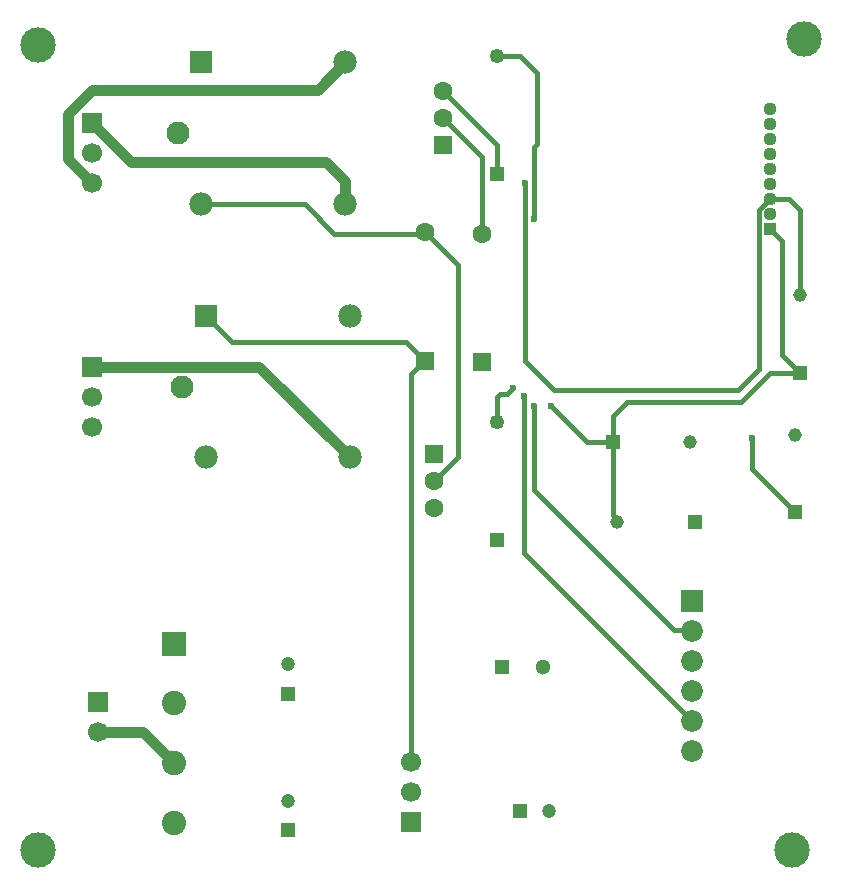
<source format=gbl>
G04*
G04 #@! TF.GenerationSoftware,Altium Limited,Altium Designer,24.1.2 (44)*
G04*
G04 Layer_Physical_Order=2*
G04 Layer_Color=16711680*
%FSLAX44Y44*%
%MOMM*%
G71*
G04*
G04 #@! TF.SameCoordinates,B745F531-A7CA-4E96-B01F-91F4E74D0D5B*
G04*
G04*
G04 #@! TF.FilePolarity,Positive*
G04*
G01*
G75*
%ADD24C,0.9000*%
%ADD30C,1.6000*%
%ADD31R,1.6000X1.6000*%
%ADD34C,1.1200*%
%ADD35R,1.1200X1.1200*%
%ADD36C,1.8400*%
%ADD37R,1.8400X1.8400*%
%ADD38C,1.3000*%
%ADD39R,1.3000X1.3000*%
%ADD40C,1.2000*%
%ADD41R,1.2000X1.2000*%
%ADD42R,1.2000X1.2000*%
%ADD43C,1.1500*%
%ADD44R,1.1500X1.1500*%
%ADD45R,1.1500X1.1500*%
%ADD46C,1.2500*%
%ADD47R,1.2500X1.2500*%
%ADD52C,0.3810*%
%ADD53R,2.0550X2.0550*%
%ADD54C,2.0550*%
%ADD55R,1.9800X1.9800*%
%ADD56C,1.9350*%
%ADD57C,1.9800*%
%ADD58R,1.7000X1.7000*%
%ADD59C,1.7000*%
%ADD60R,1.6000X1.6000*%
%ADD61C,0.6000*%
%ADD62C,3.0000*%
D24*
X68580Y433070D02*
X210550D01*
X287060Y356560D01*
X283250Y571190D02*
Y590510D01*
X267092Y606668D02*
X283250Y590510D01*
X101992Y606668D02*
X267092D01*
X68580Y640080D02*
X101992Y606668D01*
X48260Y609600D02*
Y647700D01*
Y609600D02*
X68580Y589280D01*
X48260Y647700D02*
X68580Y668020D01*
X260080D01*
X283250Y691190D01*
X73660Y124460D02*
X111760D01*
X138430Y97790D01*
D30*
X350520Y547140D02*
D03*
X398780Y545870D02*
D03*
X365760Y666790D02*
D03*
Y643890D02*
D03*
X358140Y313650D02*
D03*
Y336550D02*
D03*
D31*
X350520Y438380D02*
D03*
X398780Y437110D02*
D03*
D34*
X642747Y651510D02*
D03*
Y638810D02*
D03*
Y626110D02*
D03*
Y613410D02*
D03*
Y600710D02*
D03*
Y588010D02*
D03*
Y575310D02*
D03*
Y562610D02*
D03*
D35*
Y549910D02*
D03*
D36*
X576580Y107950D02*
D03*
Y133350D02*
D03*
Y158750D02*
D03*
Y184150D02*
D03*
Y209550D02*
D03*
D37*
Y234950D02*
D03*
D38*
X450850Y179070D02*
D03*
D39*
X415850D02*
D03*
D40*
X455930Y57150D02*
D03*
X234950Y65840D02*
D03*
Y181410D02*
D03*
D41*
X430930Y57150D02*
D03*
D42*
X234950Y40840D02*
D03*
Y156410D02*
D03*
D43*
X668020Y493810D02*
D03*
X575090Y369570D02*
D03*
X513300Y302260D02*
D03*
X664210Y375700D02*
D03*
D44*
X668020Y428210D02*
D03*
X664210Y310100D02*
D03*
D45*
X509490Y369570D02*
D03*
X578900Y302260D02*
D03*
D46*
X411480Y696430D02*
D03*
Y386550D02*
D03*
D47*
Y596430D02*
D03*
Y286550D02*
D03*
D52*
X457200Y400050D02*
X487680Y369570D01*
X186960Y454660D02*
X334240D01*
X165060Y476560D02*
X186960Y454660D01*
X334240D02*
X350520Y438380D01*
X378460Y356870D02*
Y519200D01*
X350520Y547140D02*
X378460Y519200D01*
X274024Y546100D02*
X350520D01*
X339090Y426950D02*
X350520Y438380D01*
X339090Y99060D02*
Y426950D01*
X358140Y336550D02*
X378460Y356870D01*
X398780Y545870D02*
Y610870D01*
X365760Y643890D02*
X398780Y610870D01*
X411480Y596430D02*
Y621070D01*
X365760Y666790D02*
X411480Y621070D01*
X509490Y308151D02*
X513300Y304341D01*
X509490Y308151D02*
Y369570D01*
X513300Y302260D02*
Y304341D01*
X443230Y328930D02*
Y400050D01*
Y328930D02*
X561665Y210495D01*
X487680Y369570D02*
X509490D01*
X424857Y415290D02*
X425450D01*
X411480Y407670D02*
X414174Y410364D01*
X419931D02*
X424857Y415290D01*
X414174Y410364D02*
X419931D01*
X618490Y403860D02*
X642840Y428210D01*
X509490Y391380D02*
X521970Y403860D01*
X618490D01*
X561665Y210495D02*
X575635D01*
X576580Y209550D01*
X434340Y275590D02*
X576580Y133350D01*
X434340Y275590D02*
Y408940D01*
X411480Y386550D02*
Y407670D01*
X435610Y438150D02*
X459740Y414020D01*
X435610Y438150D02*
Y589280D01*
X459740Y414020D02*
X615950D01*
X445930Y621961D02*
Y681830D01*
X443230Y558800D02*
Y619261D01*
X445930Y621961D01*
X431330Y696430D02*
X445930Y681830D01*
X411480Y696430D02*
X431330D01*
X509490Y369570D02*
Y391380D01*
X642840Y428210D02*
X668020D01*
X615950Y414020D02*
X633730Y431800D01*
Y566293D01*
X642747Y575310D01*
X652780Y443450D02*
X668020Y428210D01*
X652780Y443450D02*
Y539877D01*
X642747Y549910D02*
X652780Y539877D01*
X642747Y575310D02*
X659130D01*
X668020Y566420D01*
Y493810D02*
Y566420D01*
X627380Y346930D02*
X664210Y310100D01*
X627380Y346930D02*
Y373380D01*
X161250Y571190D02*
X248934D01*
X274024Y546100D01*
D53*
X138430Y198790D02*
D03*
D54*
Y148290D02*
D03*
Y97790D02*
D03*
Y47290D02*
D03*
D55*
X165060Y476560D02*
D03*
X161250Y691190D02*
D03*
D56*
X145060Y416560D02*
D03*
X141250Y631190D02*
D03*
D57*
X165060Y356560D02*
D03*
X287060D02*
D03*
Y476560D02*
D03*
X161250Y571190D02*
D03*
X283250D02*
D03*
Y691190D02*
D03*
D58*
X73660Y149860D02*
D03*
X68580Y640080D02*
D03*
Y433070D02*
D03*
X339090Y48260D02*
D03*
D59*
X73660Y124460D02*
D03*
X68580Y614680D02*
D03*
Y589280D02*
D03*
Y407670D02*
D03*
Y382270D02*
D03*
X339090Y99060D02*
D03*
Y73660D02*
D03*
D60*
X365760Y620990D02*
D03*
X358140Y359450D02*
D03*
D61*
X457200Y400050D02*
D03*
X443230D02*
D03*
X425450Y415290D02*
D03*
X434340Y408940D02*
D03*
X443230Y558800D02*
D03*
X435610Y589280D02*
D03*
X627380Y373380D02*
D03*
D62*
X22860Y24130D02*
D03*
Y706120D02*
D03*
X661670Y24130D02*
D03*
X671830Y711200D02*
D03*
M02*

</source>
